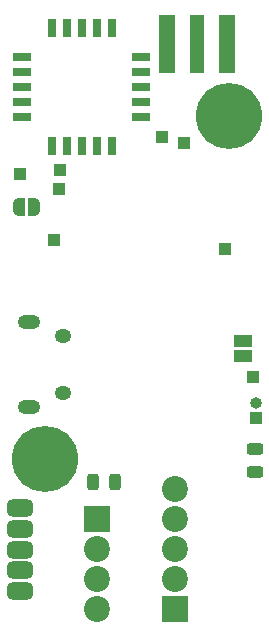
<source format=gbr>
%TF.GenerationSoftware,KiCad,Pcbnew,8.0.0*%
%TF.CreationDate,2024-06-24T23:08:17-07:00*%
%TF.ProjectId,lyrav3r2,6c797261-7633-4723-922e-6b696361645f,rev?*%
%TF.SameCoordinates,Original*%
%TF.FileFunction,Soldermask,Top*%
%TF.FilePolarity,Negative*%
%FSLAX46Y46*%
G04 Gerber Fmt 4.6, Leading zero omitted, Abs format (unit mm)*
G04 Created by KiCad (PCBNEW 8.0.0) date 2024-06-24 23:08:17*
%MOMM*%
%LPD*%
G01*
G04 APERTURE LIST*
G04 Aperture macros list*
%AMRoundRect*
0 Rectangle with rounded corners*
0 $1 Rounding radius*
0 $2 $3 $4 $5 $6 $7 $8 $9 X,Y pos of 4 corners*
0 Add a 4 corners polygon primitive as box body*
4,1,4,$2,$3,$4,$5,$6,$7,$8,$9,$2,$3,0*
0 Add four circle primitives for the rounded corners*
1,1,$1+$1,$2,$3*
1,1,$1+$1,$4,$5*
1,1,$1+$1,$6,$7*
1,1,$1+$1,$8,$9*
0 Add four rect primitives between the rounded corners*
20,1,$1+$1,$2,$3,$4,$5,0*
20,1,$1+$1,$4,$5,$6,$7,0*
20,1,$1+$1,$6,$7,$8,$9,0*
20,1,$1+$1,$8,$9,$2,$3,0*%
%AMFreePoly0*
4,1,19,0.000000,0.744911,0.071157,0.744911,0.207708,0.704816,0.327430,0.627875,0.420627,0.520320,0.479746,0.390866,0.500000,0.250000,0.500000,-0.250000,0.479746,-0.390866,0.420627,-0.520320,0.327430,-0.627875,0.207708,-0.704816,0.071157,-0.744911,0.000000,-0.744911,0.000000,-0.750000,-0.500000,-0.750000,-0.500000,0.750000,0.000000,0.750000,0.000000,0.744911,0.000000,0.744911,
$1*%
%AMFreePoly1*
4,1,19,0.500000,-0.750000,0.000000,-0.750000,0.000000,-0.744911,-0.071157,-0.744911,-0.207708,-0.704816,-0.327430,-0.627875,-0.420627,-0.520320,-0.479746,-0.390866,-0.500000,-0.250000,-0.500000,0.250000,-0.479746,0.390866,-0.420627,0.520320,-0.327430,0.627875,-0.207708,0.704816,-0.071157,0.744911,0.000000,0.744911,0.000000,0.750000,0.500000,0.750000,0.500000,-0.750000,0.500000,-0.750000,
$1*%
G04 Aperture macros list end*
%ADD10O,1.000000X1.000000*%
%ADD11R,1.000000X1.000000*%
%ADD12FreePoly0,0.000000*%
%ADD13FreePoly1,0.000000*%
%ADD14C,2.200000*%
%ADD15R,2.200000X2.200000*%
%ADD16R,1.500000X0.800000*%
%ADD17R,0.800000X1.500000*%
%ADD18C,5.600000*%
%ADD19RoundRect,0.492126X-0.632874X-0.257874X0.632874X-0.257874X0.632874X0.257874X-0.632874X0.257874X0*%
%ADD20R,1.500000X1.000000*%
%ADD21R,1.400000X5.000000*%
%ADD22R,1.200000X5.000000*%
%ADD23RoundRect,0.243750X-0.243750X-0.456250X0.243750X-0.456250X0.243750X0.456250X-0.243750X0.456250X0*%
%ADD24RoundRect,0.243750X-0.456250X0.243750X-0.456250X-0.243750X0.456250X-0.243750X0.456250X0.243750X0*%
%ADD25O,1.900000X1.200000*%
%ADD26O,1.400000X1.200000*%
G04 APERTURE END LIST*
D10*
%TO.C,BZ1*%
X21200000Y19745000D03*
D11*
X21200000Y18475000D03*
%TD*%
D12*
%TO.C,J4*%
X2424800Y36366800D03*
D13*
X1124800Y36366800D03*
%TD*%
D11*
%TO.C,TP1*%
X20950000Y21975000D03*
%TD*%
D14*
%TO.C,J6*%
X14307400Y12516200D03*
X14307400Y9976200D03*
X14307400Y7436200D03*
X14307400Y4896200D03*
D15*
X14307400Y2356200D03*
%TD*%
D11*
%TO.C,TP5*%
X1250000Y39175000D03*
%TD*%
D16*
%TO.C,U1*%
X1433400Y43965200D03*
X1433400Y45235200D03*
X1433400Y46505200D03*
X1433400Y47775200D03*
X1433400Y49045200D03*
D17*
X3893400Y51505200D03*
X5163400Y51505200D03*
X6433400Y51505200D03*
X7703400Y51505200D03*
X8973400Y51505200D03*
D16*
X11433400Y49045200D03*
X11433400Y47775200D03*
X11433400Y46505200D03*
X11433400Y45235200D03*
X11433400Y43965200D03*
D17*
X8973400Y41505200D03*
X7703400Y41505200D03*
X6433400Y41505200D03*
X5163400Y41505200D03*
X3893400Y41505200D03*
%TD*%
D11*
%TO.C,TP7*%
X4550000Y37925000D03*
%TD*%
D18*
%TO.C,H1*%
X18930200Y44088400D03*
%TD*%
D14*
%TO.C,J2*%
X7779600Y2381600D03*
X7779600Y4921600D03*
X7779600Y7461600D03*
D15*
X7779600Y10001600D03*
%TD*%
D19*
%TO.C,J5*%
X1200000Y10875000D03*
X1200000Y9125000D03*
X1200000Y7375000D03*
X1200000Y5625000D03*
X1200000Y3875000D03*
%TD*%
D11*
%TO.C,TP9*%
X13266000Y42335800D03*
%TD*%
D20*
%TO.C,J1*%
X20100000Y23725000D03*
X20100000Y25025000D03*
%TD*%
D18*
%TO.C,H2*%
X3360000Y15005400D03*
%TD*%
D11*
%TO.C,TP4*%
X18549200Y32810800D03*
%TD*%
%TO.C,TP8*%
X15100000Y41825000D03*
%TD*%
D21*
%TO.C,AE3*%
X18750000Y50175000D03*
X13650000Y50175000D03*
D22*
X16200000Y50175000D03*
%TD*%
D11*
%TO.C,TP3*%
X4100000Y33575000D03*
%TD*%
%TO.C,TP6*%
X4600000Y39525000D03*
%TD*%
D23*
%TO.C,D2*%
X9257500Y13095000D03*
X7382500Y13095000D03*
%TD*%
D24*
%TO.C,D3*%
X21100000Y13975000D03*
X21100000Y15850000D03*
%TD*%
D25*
%TO.C,J7*%
X1952500Y26625000D03*
X1952500Y19425000D03*
D26*
X4852500Y20605000D03*
X4852500Y25445000D03*
%TD*%
M02*

</source>
